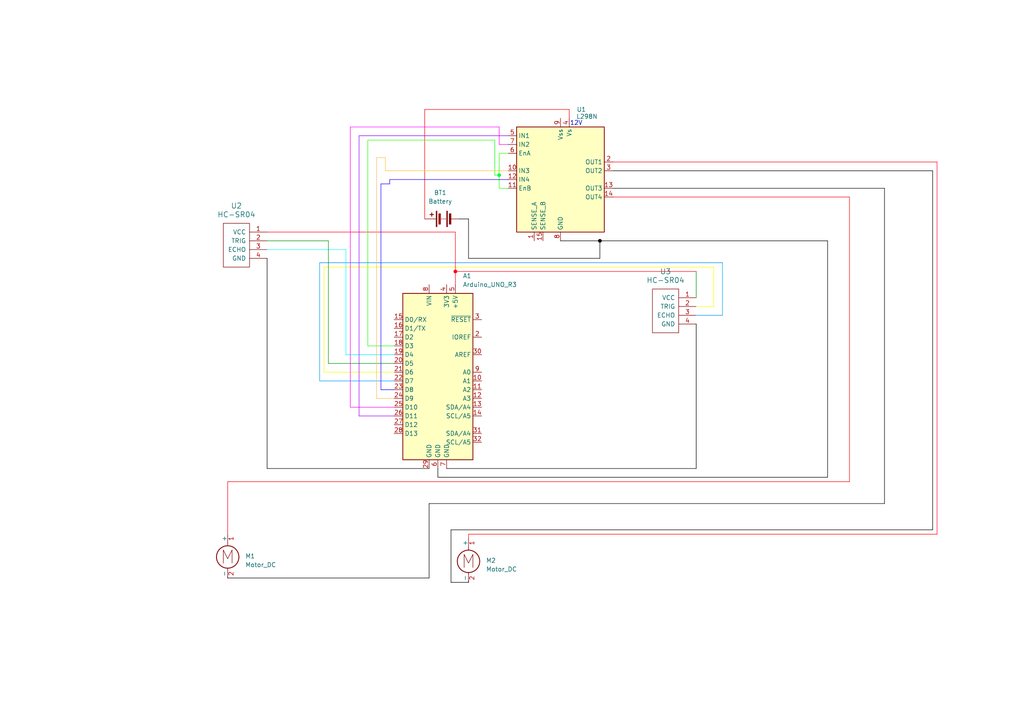
<source format=kicad_sch>
(kicad_sch
	(version 20250114)
	(generator "eeschema")
	(generator_version "9.0")
	(uuid "fbdba773-9771-47af-8e3d-31989ce88704")
	(paper "A4")
	(lib_symbols
		(symbol "Device:Battery"
			(pin_numbers
				(hide yes)
			)
			(pin_names
				(offset 0)
				(hide yes)
			)
			(exclude_from_sim no)
			(in_bom yes)
			(on_board yes)
			(property "Reference" "BT"
				(at 2.54 2.54 0)
				(effects
					(font
						(size 1.27 1.27)
					)
					(justify left)
				)
			)
			(property "Value" "Battery"
				(at 2.54 0 0)
				(effects
					(font
						(size 1.27 1.27)
					)
					(justify left)
				)
			)
			(property "Footprint" ""
				(at 0 1.524 90)
				(effects
					(font
						(size 1.27 1.27)
					)
					(hide yes)
				)
			)
			(property "Datasheet" "~"
				(at 0 1.524 90)
				(effects
					(font
						(size 1.27 1.27)
					)
					(hide yes)
				)
			)
			(property "Description" "Multiple-cell battery"
				(at 0 0 0)
				(effects
					(font
						(size 1.27 1.27)
					)
					(hide yes)
				)
			)
			(property "ki_keywords" "batt voltage-source cell"
				(at 0 0 0)
				(effects
					(font
						(size 1.27 1.27)
					)
					(hide yes)
				)
			)
			(symbol "Battery_0_1"
				(rectangle
					(start -2.286 1.778)
					(end 2.286 1.524)
					(stroke
						(width 0)
						(type default)
					)
					(fill
						(type outline)
					)
				)
				(rectangle
					(start -2.286 -1.27)
					(end 2.286 -1.524)
					(stroke
						(width 0)
						(type default)
					)
					(fill
						(type outline)
					)
				)
				(rectangle
					(start -1.524 1.016)
					(end 1.524 0.508)
					(stroke
						(width 0)
						(type default)
					)
					(fill
						(type outline)
					)
				)
				(rectangle
					(start -1.524 -2.032)
					(end 1.524 -2.54)
					(stroke
						(width 0)
						(type default)
					)
					(fill
						(type outline)
					)
				)
				(polyline
					(pts
						(xy 0 1.778) (xy 0 2.54)
					)
					(stroke
						(width 0)
						(type default)
					)
					(fill
						(type none)
					)
				)
				(polyline
					(pts
						(xy 0 0) (xy 0 0.254)
					)
					(stroke
						(width 0)
						(type default)
					)
					(fill
						(type none)
					)
				)
				(polyline
					(pts
						(xy 0 -0.508) (xy 0 -0.254)
					)
					(stroke
						(width 0)
						(type default)
					)
					(fill
						(type none)
					)
				)
				(polyline
					(pts
						(xy 0 -1.016) (xy 0 -0.762)
					)
					(stroke
						(width 0)
						(type default)
					)
					(fill
						(type none)
					)
				)
				(polyline
					(pts
						(xy 0.762 3.048) (xy 1.778 3.048)
					)
					(stroke
						(width 0.254)
						(type default)
					)
					(fill
						(type none)
					)
				)
				(polyline
					(pts
						(xy 1.27 3.556) (xy 1.27 2.54)
					)
					(stroke
						(width 0.254)
						(type default)
					)
					(fill
						(type none)
					)
				)
			)
			(symbol "Battery_1_1"
				(pin passive line
					(at 0 5.08 270)
					(length 2.54)
					(name "+"
						(effects
							(font
								(size 1.27 1.27)
							)
						)
					)
					(number "1"
						(effects
							(font
								(size 1.27 1.27)
							)
						)
					)
				)
				(pin passive line
					(at 0 -5.08 90)
					(length 2.54)
					(name "-"
						(effects
							(font
								(size 1.27 1.27)
							)
						)
					)
					(number "2"
						(effects
							(font
								(size 1.27 1.27)
							)
						)
					)
				)
			)
			(embedded_fonts no)
		)
		(symbol "Driver_Motor:L298N"
			(exclude_from_sim no)
			(in_bom yes)
			(on_board yes)
			(property "Reference" "U"
				(at -10.16 16.51 0)
				(effects
					(font
						(size 1.27 1.27)
					)
					(justify right)
				)
			)
			(property "Value" "L298N"
				(at 12.7 16.51 0)
				(effects
					(font
						(size 1.27 1.27)
					)
					(justify right)
				)
			)
			(property "Footprint" "Package_TO_SOT_THT:TO-220-15_P2.54x5.08mm_StaggerOdd_Lead4.58mm_Vertical"
				(at 1.27 -16.51 0)
				(effects
					(font
						(size 1.27 1.27)
					)
					(justify left)
					(hide yes)
				)
			)
			(property "Datasheet" "http://www.st.com/st-web-ui/static/active/en/resource/technical/document/datasheet/CD00000240.pdf"
				(at 3.81 6.35 0)
				(effects
					(font
						(size 1.27 1.27)
					)
					(hide yes)
				)
			)
			(property "Description" "Dual full bridge motor driver, up to 46V, 4A, Multiwatt15-V"
				(at 0 0 0)
				(effects
					(font
						(size 1.27 1.27)
					)
					(hide yes)
				)
			)
			(property "ki_keywords" "H-bridge motor driver"
				(at 0 0 0)
				(effects
					(font
						(size 1.27 1.27)
					)
					(hide yes)
				)
			)
			(property "ki_fp_filters" "TO?220*StaggerOdd*Vertical*"
				(at 0 0 0)
				(effects
					(font
						(size 1.27 1.27)
					)
					(hide yes)
				)
			)
			(symbol "L298N_0_1"
				(rectangle
					(start -12.7 15.24)
					(end 12.7 -15.24)
					(stroke
						(width 0.254)
						(type default)
					)
					(fill
						(type background)
					)
				)
			)
			(symbol "L298N_1_1"
				(pin input line
					(at -15.24 12.7 0)
					(length 2.54)
					(name "IN1"
						(effects
							(font
								(size 1.27 1.27)
							)
						)
					)
					(number "5"
						(effects
							(font
								(size 1.27 1.27)
							)
						)
					)
				)
				(pin input line
					(at -15.24 10.16 0)
					(length 2.54)
					(name "IN2"
						(effects
							(font
								(size 1.27 1.27)
							)
						)
					)
					(number "7"
						(effects
							(font
								(size 1.27 1.27)
							)
						)
					)
				)
				(pin input line
					(at -15.24 7.62 0)
					(length 2.54)
					(name "EnA"
						(effects
							(font
								(size 1.27 1.27)
							)
						)
					)
					(number "6"
						(effects
							(font
								(size 1.27 1.27)
							)
						)
					)
				)
				(pin input line
					(at -15.24 2.54 0)
					(length 2.54)
					(name "IN3"
						(effects
							(font
								(size 1.27 1.27)
							)
						)
					)
					(number "10"
						(effects
							(font
								(size 1.27 1.27)
							)
						)
					)
				)
				(pin input line
					(at -15.24 0 0)
					(length 2.54)
					(name "IN4"
						(effects
							(font
								(size 1.27 1.27)
							)
						)
					)
					(number "12"
						(effects
							(font
								(size 1.27 1.27)
							)
						)
					)
				)
				(pin input line
					(at -15.24 -2.54 0)
					(length 2.54)
					(name "EnB"
						(effects
							(font
								(size 1.27 1.27)
							)
						)
					)
					(number "11"
						(effects
							(font
								(size 1.27 1.27)
							)
						)
					)
				)
				(pin input line
					(at -7.62 -17.78 90)
					(length 2.54)
					(name "SENSE_A"
						(effects
							(font
								(size 1.27 1.27)
							)
						)
					)
					(number "1"
						(effects
							(font
								(size 1.27 1.27)
							)
						)
					)
				)
				(pin input line
					(at -5.08 -17.78 90)
					(length 2.54)
					(name "SENSE_B"
						(effects
							(font
								(size 1.27 1.27)
							)
						)
					)
					(number "15"
						(effects
							(font
								(size 1.27 1.27)
							)
						)
					)
				)
				(pin power_in line
					(at 0 17.78 270)
					(length 2.54)
					(name "Vss"
						(effects
							(font
								(size 1.27 1.27)
							)
						)
					)
					(number "9"
						(effects
							(font
								(size 1.27 1.27)
							)
						)
					)
				)
				(pin power_in line
					(at 0 -17.78 90)
					(length 2.54)
					(name "GND"
						(effects
							(font
								(size 1.27 1.27)
							)
						)
					)
					(number "8"
						(effects
							(font
								(size 1.27 1.27)
							)
						)
					)
				)
				(pin power_in line
					(at 2.54 17.78 270)
					(length 2.54)
					(name "Vs"
						(effects
							(font
								(size 1.27 1.27)
							)
						)
					)
					(number "4"
						(effects
							(font
								(size 1.27 1.27)
							)
						)
					)
				)
				(pin output line
					(at 15.24 5.08 180)
					(length 2.54)
					(name "OUT1"
						(effects
							(font
								(size 1.27 1.27)
							)
						)
					)
					(number "2"
						(effects
							(font
								(size 1.27 1.27)
							)
						)
					)
				)
				(pin output line
					(at 15.24 2.54 180)
					(length 2.54)
					(name "OUT2"
						(effects
							(font
								(size 1.27 1.27)
							)
						)
					)
					(number "3"
						(effects
							(font
								(size 1.27 1.27)
							)
						)
					)
				)
				(pin output line
					(at 15.24 -2.54 180)
					(length 2.54)
					(name "OUT3"
						(effects
							(font
								(size 1.27 1.27)
							)
						)
					)
					(number "13"
						(effects
							(font
								(size 1.27 1.27)
							)
						)
					)
				)
				(pin output line
					(at 15.24 -5.08 180)
					(length 2.54)
					(name "OUT4"
						(effects
							(font
								(size 1.27 1.27)
							)
						)
					)
					(number "14"
						(effects
							(font
								(size 1.27 1.27)
							)
						)
					)
				)
			)
			(embedded_fonts no)
		)
		(symbol "MCU_Module:Arduino_UNO_R3"
			(exclude_from_sim no)
			(in_bom yes)
			(on_board yes)
			(property "Reference" "A"
				(at -10.16 23.495 0)
				(effects
					(font
						(size 1.27 1.27)
					)
					(justify left bottom)
				)
			)
			(property "Value" "Arduino_UNO_R3"
				(at 5.08 -26.67 0)
				(effects
					(font
						(size 1.27 1.27)
					)
					(justify left top)
				)
			)
			(property "Footprint" "Module:Arduino_UNO_R3"
				(at 0 0 0)
				(effects
					(font
						(size 1.27 1.27)
						(italic yes)
					)
					(hide yes)
				)
			)
			(property "Datasheet" "https://www.arduino.cc/en/Main/arduinoBoardUno"
				(at 0 0 0)
				(effects
					(font
						(size 1.27 1.27)
					)
					(hide yes)
				)
			)
			(property "Description" "Arduino UNO Microcontroller Module, release 3"
				(at 0 0 0)
				(effects
					(font
						(size 1.27 1.27)
					)
					(hide yes)
				)
			)
			(property "ki_keywords" "Arduino UNO R3 Microcontroller Module Atmel AVR USB"
				(at 0 0 0)
				(effects
					(font
						(size 1.27 1.27)
					)
					(hide yes)
				)
			)
			(property "ki_fp_filters" "Arduino*UNO*R3*"
				(at 0 0 0)
				(effects
					(font
						(size 1.27 1.27)
					)
					(hide yes)
				)
			)
			(symbol "Arduino_UNO_R3_0_1"
				(rectangle
					(start -10.16 22.86)
					(end 10.16 -25.4)
					(stroke
						(width 0.254)
						(type default)
					)
					(fill
						(type background)
					)
				)
			)
			(symbol "Arduino_UNO_R3_1_1"
				(pin bidirectional line
					(at -12.7 15.24 0)
					(length 2.54)
					(name "D0/RX"
						(effects
							(font
								(size 1.27 1.27)
							)
						)
					)
					(number "15"
						(effects
							(font
								(size 1.27 1.27)
							)
						)
					)
				)
				(pin bidirectional line
					(at -12.7 12.7 0)
					(length 2.54)
					(name "D1/TX"
						(effects
							(font
								(size 1.27 1.27)
							)
						)
					)
					(number "16"
						(effects
							(font
								(size 1.27 1.27)
							)
						)
					)
				)
				(pin bidirectional line
					(at -12.7 10.16 0)
					(length 2.54)
					(name "D2"
						(effects
							(font
								(size 1.27 1.27)
							)
						)
					)
					(number "17"
						(effects
							(font
								(size 1.27 1.27)
							)
						)
					)
				)
				(pin bidirectional line
					(at -12.7 7.62 0)
					(length 2.54)
					(name "D3"
						(effects
							(font
								(size 1.27 1.27)
							)
						)
					)
					(number "18"
						(effects
							(font
								(size 1.27 1.27)
							)
						)
					)
				)
				(pin bidirectional line
					(at -12.7 5.08 0)
					(length 2.54)
					(name "D4"
						(effects
							(font
								(size 1.27 1.27)
							)
						)
					)
					(number "19"
						(effects
							(font
								(size 1.27 1.27)
							)
						)
					)
				)
				(pin bidirectional line
					(at -12.7 2.54 0)
					(length 2.54)
					(name "D5"
						(effects
							(font
								(size 1.27 1.27)
							)
						)
					)
					(number "20"
						(effects
							(font
								(size 1.27 1.27)
							)
						)
					)
				)
				(pin bidirectional line
					(at -12.7 0 0)
					(length 2.54)
					(name "D6"
						(effects
							(font
								(size 1.27 1.27)
							)
						)
					)
					(number "21"
						(effects
							(font
								(size 1.27 1.27)
							)
						)
					)
				)
				(pin bidirectional line
					(at -12.7 -2.54 0)
					(length 2.54)
					(name "D7"
						(effects
							(font
								(size 1.27 1.27)
							)
						)
					)
					(number "22"
						(effects
							(font
								(size 1.27 1.27)
							)
						)
					)
				)
				(pin bidirectional line
					(at -12.7 -5.08 0)
					(length 2.54)
					(name "D8"
						(effects
							(font
								(size 1.27 1.27)
							)
						)
					)
					(number "23"
						(effects
							(font
								(size 1.27 1.27)
							)
						)
					)
				)
				(pin bidirectional line
					(at -12.7 -7.62 0)
					(length 2.54)
					(name "D9"
						(effects
							(font
								(size 1.27 1.27)
							)
						)
					)
					(number "24"
						(effects
							(font
								(size 1.27 1.27)
							)
						)
					)
				)
				(pin bidirectional line
					(at -12.7 -10.16 0)
					(length 2.54)
					(name "D10"
						(effects
							(font
								(size 1.27 1.27)
							)
						)
					)
					(number "25"
						(effects
							(font
								(size 1.27 1.27)
							)
						)
					)
				)
				(pin bidirectional line
					(at -12.7 -12.7 0)
					(length 2.54)
					(name "D11"
						(effects
							(font
								(size 1.27 1.27)
							)
						)
					)
					(number "26"
						(effects
							(font
								(size 1.27 1.27)
							)
						)
					)
				)
				(pin bidirectional line
					(at -12.7 -15.24 0)
					(length 2.54)
					(name "D12"
						(effects
							(font
								(size 1.27 1.27)
							)
						)
					)
					(number "27"
						(effects
							(font
								(size 1.27 1.27)
							)
						)
					)
				)
				(pin bidirectional line
					(at -12.7 -17.78 0)
					(length 2.54)
					(name "D13"
						(effects
							(font
								(size 1.27 1.27)
							)
						)
					)
					(number "28"
						(effects
							(font
								(size 1.27 1.27)
							)
						)
					)
				)
				(pin no_connect line
					(at -10.16 -20.32 0)
					(length 2.54)
					(hide yes)
					(name "NC"
						(effects
							(font
								(size 1.27 1.27)
							)
						)
					)
					(number "1"
						(effects
							(font
								(size 1.27 1.27)
							)
						)
					)
				)
				(pin power_in line
					(at -2.54 25.4 270)
					(length 2.54)
					(name "VIN"
						(effects
							(font
								(size 1.27 1.27)
							)
						)
					)
					(number "8"
						(effects
							(font
								(size 1.27 1.27)
							)
						)
					)
				)
				(pin power_in line
					(at -2.54 -27.94 90)
					(length 2.54)
					(name "GND"
						(effects
							(font
								(size 1.27 1.27)
							)
						)
					)
					(number "29"
						(effects
							(font
								(size 1.27 1.27)
							)
						)
					)
				)
				(pin power_in line
					(at 0 -27.94 90)
					(length 2.54)
					(name "GND"
						(effects
							(font
								(size 1.27 1.27)
							)
						)
					)
					(number "6"
						(effects
							(font
								(size 1.27 1.27)
							)
						)
					)
				)
				(pin power_out line
					(at 2.54 25.4 270)
					(length 2.54)
					(name "3V3"
						(effects
							(font
								(size 1.27 1.27)
							)
						)
					)
					(number "4"
						(effects
							(font
								(size 1.27 1.27)
							)
						)
					)
				)
				(pin power_in line
					(at 2.54 -27.94 90)
					(length 2.54)
					(name "GND"
						(effects
							(font
								(size 1.27 1.27)
							)
						)
					)
					(number "7"
						(effects
							(font
								(size 1.27 1.27)
							)
						)
					)
				)
				(pin power_out line
					(at 5.08 25.4 270)
					(length 2.54)
					(name "+5V"
						(effects
							(font
								(size 1.27 1.27)
							)
						)
					)
					(number "5"
						(effects
							(font
								(size 1.27 1.27)
							)
						)
					)
				)
				(pin input line
					(at 12.7 15.24 180)
					(length 2.54)
					(name "~{RESET}"
						(effects
							(font
								(size 1.27 1.27)
							)
						)
					)
					(number "3"
						(effects
							(font
								(size 1.27 1.27)
							)
						)
					)
				)
				(pin output line
					(at 12.7 10.16 180)
					(length 2.54)
					(name "IOREF"
						(effects
							(font
								(size 1.27 1.27)
							)
						)
					)
					(number "2"
						(effects
							(font
								(size 1.27 1.27)
							)
						)
					)
				)
				(pin input line
					(at 12.7 5.08 180)
					(length 2.54)
					(name "AREF"
						(effects
							(font
								(size 1.27 1.27)
							)
						)
					)
					(number "30"
						(effects
							(font
								(size 1.27 1.27)
							)
						)
					)
				)
				(pin bidirectional line
					(at 12.7 0 180)
					(length 2.54)
					(name "A0"
						(effects
							(font
								(size 1.27 1.27)
							)
						)
					)
					(number "9"
						(effects
							(font
								(size 1.27 1.27)
							)
						)
					)
				)
				(pin bidirectional line
					(at 12.7 -2.54 180)
					(length 2.54)
					(name "A1"
						(effects
							(font
								(size 1.27 1.27)
							)
						)
					)
					(number "10"
						(effects
							(font
								(size 1.27 1.27)
							)
						)
					)
				)
				(pin bidirectional line
					(at 12.7 -5.08 180)
					(length 2.54)
					(name "A2"
						(effects
							(font
								(size 1.27 1.27)
							)
						)
					)
					(number "11"
						(effects
							(font
								(size 1.27 1.27)
							)
						)
					)
				)
				(pin bidirectional line
					(at 12.7 -7.62 180)
					(length 2.54)
					(name "A3"
						(effects
							(font
								(size 1.27 1.27)
							)
						)
					)
					(number "12"
						(effects
							(font
								(size 1.27 1.27)
							)
						)
					)
				)
				(pin bidirectional line
					(at 12.7 -10.16 180)
					(length 2.54)
					(name "SDA/A4"
						(effects
							(font
								(size 1.27 1.27)
							)
						)
					)
					(number "13"
						(effects
							(font
								(size 1.27 1.27)
							)
						)
					)
				)
				(pin bidirectional line
					(at 12.7 -12.7 180)
					(length 2.54)
					(name "SCL/A5"
						(effects
							(font
								(size 1.27 1.27)
							)
						)
					)
					(number "14"
						(effects
							(font
								(size 1.27 1.27)
							)
						)
					)
				)
				(pin bidirectional line
					(at 12.7 -17.78 180)
					(length 2.54)
					(name "SDA/A4"
						(effects
							(font
								(size 1.27 1.27)
							)
						)
					)
					(number "31"
						(effects
							(font
								(size 1.27 1.27)
							)
						)
					)
				)
				(pin bidirectional line
					(at 12.7 -20.32 180)
					(length 2.54)
					(name "SCL/A5"
						(effects
							(font
								(size 1.27 1.27)
							)
						)
					)
					(number "32"
						(effects
							(font
								(size 1.27 1.27)
							)
						)
					)
				)
			)
			(embedded_fonts no)
		)
		(symbol "Motor:Motor_DC"
			(pin_names
				(offset 0)
			)
			(exclude_from_sim no)
			(in_bom yes)
			(on_board yes)
			(property "Reference" "M"
				(at 2.54 2.54 0)
				(effects
					(font
						(size 1.27 1.27)
					)
					(justify left)
				)
			)
			(property "Value" "Motor_DC"
				(at 2.54 -5.08 0)
				(effects
					(font
						(size 1.27 1.27)
					)
					(justify left top)
				)
			)
			(property "Footprint" ""
				(at 0 -2.286 0)
				(effects
					(font
						(size 1.27 1.27)
					)
					(hide yes)
				)
			)
			(property "Datasheet" "~"
				(at 0 -2.286 0)
				(effects
					(font
						(size 1.27 1.27)
					)
					(hide yes)
				)
			)
			(property "Description" "DC Motor"
				(at 0 0 0)
				(effects
					(font
						(size 1.27 1.27)
					)
					(hide yes)
				)
			)
			(property "ki_keywords" "DC Motor"
				(at 0 0 0)
				(effects
					(font
						(size 1.27 1.27)
					)
					(hide yes)
				)
			)
			(property "ki_fp_filters" "PinHeader*P2.54mm* TerminalBlock*"
				(at 0 0 0)
				(effects
					(font
						(size 1.27 1.27)
					)
					(hide yes)
				)
			)
			(symbol "Motor_DC_0_0"
				(polyline
					(pts
						(xy -1.27 -3.302) (xy -1.27 0.508) (xy 0 -2.032) (xy 1.27 0.508) (xy 1.27 -3.302)
					)
					(stroke
						(width 0)
						(type default)
					)
					(fill
						(type none)
					)
				)
			)
			(symbol "Motor_DC_0_1"
				(polyline
					(pts
						(xy 0 2.032) (xy 0 2.54)
					)
					(stroke
						(width 0)
						(type default)
					)
					(fill
						(type none)
					)
				)
				(polyline
					(pts
						(xy 0 1.7272) (xy 0 2.0828)
					)
					(stroke
						(width 0)
						(type default)
					)
					(fill
						(type none)
					)
				)
				(circle
					(center 0 -1.524)
					(radius 3.2512)
					(stroke
						(width 0.254)
						(type default)
					)
					(fill
						(type none)
					)
				)
				(polyline
					(pts
						(xy 0 -4.7752) (xy 0 -5.1816)
					)
					(stroke
						(width 0)
						(type default)
					)
					(fill
						(type none)
					)
				)
				(polyline
					(pts
						(xy 0 -7.62) (xy 0 -7.112)
					)
					(stroke
						(width 0)
						(type default)
					)
					(fill
						(type none)
					)
				)
			)
			(symbol "Motor_DC_1_1"
				(pin passive line
					(at 0 5.08 270)
					(length 2.54)
					(name "+"
						(effects
							(font
								(size 1.27 1.27)
							)
						)
					)
					(number "1"
						(effects
							(font
								(size 1.27 1.27)
							)
						)
					)
				)
				(pin passive line
					(at 0 -7.62 90)
					(length 2.54)
					(name "-"
						(effects
							(font
								(size 1.27 1.27)
							)
						)
					)
					(number "2"
						(effects
							(font
								(size 1.27 1.27)
							)
						)
					)
				)
			)
			(embedded_fonts no)
		)
		(symbol "hc-sr04:HC-SR04"
			(pin_names
				(offset 1.016)
			)
			(exclude_from_sim no)
			(in_bom yes)
			(on_board yes)
			(property "Reference" "U"
				(at -6.35 -7.62 0)
				(effects
					(font
						(size 1.524 1.524)
					)
				)
			)
			(property "Value" "HC-SR04"
				(at -2.54 7.62 0)
				(effects
					(font
						(size 1.524 1.524)
					)
				)
			)
			(property "Footprint" ""
				(at 0 0 0)
				(effects
					(font
						(size 1.524 1.524)
					)
				)
			)
			(property "Datasheet" ""
				(at 0 0 0)
				(effects
					(font
						(size 1.524 1.524)
					)
				)
			)
			(property "Description" ""
				(at 0 0 0)
				(effects
					(font
						(size 1.27 1.27)
					)
					(hide yes)
				)
			)
			(symbol "HC-SR04_0_1"
				(rectangle
					(start 0 6.35)
					(end -7.62 -6.35)
					(stroke
						(width 0)
						(type solid)
					)
					(fill
						(type none)
					)
				)
			)
			(symbol "HC-SR04_1_1"
				(pin input line
					(at 5.08 3.81 180)
					(length 5.08)
					(name "VCC"
						(effects
							(font
								(size 1.27 1.27)
							)
						)
					)
					(number "1"
						(effects
							(font
								(size 1.27 1.27)
							)
						)
					)
				)
				(pin input line
					(at 5.08 1.27 180)
					(length 5.08)
					(name "TRIG"
						(effects
							(font
								(size 1.27 1.27)
							)
						)
					)
					(number "2"
						(effects
							(font
								(size 1.27 1.27)
							)
						)
					)
				)
				(pin input line
					(at 5.08 -1.27 180)
					(length 5.08)
					(name "ECHO"
						(effects
							(font
								(size 1.27 1.27)
							)
						)
					)
					(number "3"
						(effects
							(font
								(size 1.27 1.27)
							)
						)
					)
				)
				(pin input line
					(at 5.08 -3.81 180)
					(length 5.08)
					(name "GND"
						(effects
							(font
								(size 1.27 1.27)
							)
						)
					)
					(number "4"
						(effects
							(font
								(size 1.27 1.27)
							)
						)
					)
				)
			)
			(embedded_fonts no)
		)
	)
	(text "12V"
		(exclude_from_sim no)
		(at 167.132 35.814 0)
		(effects
			(font
				(size 1.27 1.27)
			)
		)
		(uuid "22782454-a02a-49f5-b379-b43c3080f60d")
	)
	(junction
		(at 144.78 50.8)
		(diameter 0)
		(color 0 255 48 1)
		(uuid "b9538826-1da1-40a5-8d2e-b4c2c3c5f0c1")
	)
	(junction
		(at 173.99 69.85)
		(diameter 0)
		(color 5 5 5 1)
		(uuid "cbd69802-d8f9-4530-b795-172c084bea55")
	)
	(junction
		(at 132.08 78.74)
		(diameter 0)
		(color 255 0 8 1)
		(uuid "d8c478d9-36e7-431b-9614-31d7295a39e4")
	)
	(wire
		(pts
			(xy 207.01 77.47) (xy 93.98 77.47)
		)
		(stroke
			(width 0)
			(type default)
			(color 255 246 0 1)
		)
		(uuid "0472a308-e01b-4052-aecd-0ab93a2cee6a")
	)
	(wire
		(pts
			(xy 104.14 39.37) (xy 104.14 120.65)
		)
		(stroke
			(width 0)
			(type default)
			(color 152 0 255 1)
		)
		(uuid "05e7fa1e-9ae8-400e-a81a-3527d3efa3a3")
	)
	(wire
		(pts
			(xy 101.6 36.83) (xy 101.6 118.11)
		)
		(stroke
			(width 0)
			(type default)
			(color 255 0 233 1)
		)
		(uuid "075efaab-8fe8-42f8-ac76-ba32d6555d37")
	)
	(wire
		(pts
			(xy 95.25 69.85) (xy 95.25 105.41)
		)
		(stroke
			(width 0)
			(type default)
		)
		(uuid "07ef1e20-0b4f-44a9-84f8-a13996331e1f")
	)
	(wire
		(pts
			(xy 201.93 78.74) (xy 132.08 78.74)
		)
		(stroke
			(width 0)
			(type default)
			(color 255 0 13 1)
		)
		(uuid "08877b14-4842-40cc-8dea-4139630e6282")
	)
	(wire
		(pts
			(xy 271.78 46.99) (xy 177.8 46.99)
		)
		(stroke
			(width 0)
			(type default)
			(color 255 0 15 1)
		)
		(uuid "0b44be26-4bfb-423f-b399-7086accfe08d")
	)
	(wire
		(pts
			(xy 66.04 154.94) (xy 66.04 139.7)
		)
		(stroke
			(width 0)
			(type default)
			(color 250 0 39 1)
		)
		(uuid "10503a0f-9095-4e9b-aba1-d615b3279831")
	)
	(wire
		(pts
			(xy 201.93 93.98) (xy 201.93 135.89)
		)
		(stroke
			(width 0)
			(type default)
			(color 0 2 0 1)
		)
		(uuid "11b7e724-387e-4b73-9685-8c32500c5601")
	)
	(wire
		(pts
			(xy 110.49 53.34) (xy 113.03 53.34)
		)
		(stroke
			(width 0)
			(type default)
			(color 35 0 255 1)
		)
		(uuid "1558fea1-d3f8-4194-ae43-6d73485d1a79")
	)
	(wire
		(pts
			(xy 110.49 113.03) (xy 114.3 113.03)
		)
		(stroke
			(width 0)
			(type default)
			(color 2 1 255 1)
		)
		(uuid "198c02ed-eca6-439c-8635-45efaa01b88d")
	)
	(wire
		(pts
			(xy 270.51 49.53) (xy 177.8 49.53)
		)
		(stroke
			(width 0)
			(type default)
			(color 4 0 0 1)
		)
		(uuid "216ec1fc-cf24-4d13-b2a5-61b0421756e5")
	)
	(wire
		(pts
			(xy 92.71 76.2) (xy 92.71 110.49)
		)
		(stroke
			(width 0)
			(type default)
			(color 0 161 255 1)
		)
		(uuid "274f973a-4dea-4b1a-bbf0-331790c59757")
	)
	(wire
		(pts
			(xy 77.47 69.85) (xy 95.25 69.85)
		)
		(stroke
			(width 0)
			(type default)
		)
		(uuid "2a5677f2-716e-407e-8429-db88076dd5dd")
	)
	(wire
		(pts
			(xy 240.03 138.43) (xy 127 138.43)
		)
		(stroke
			(width 0)
			(type default)
			(color 4 0 0 1)
		)
		(uuid "34ad9a23-d5d1-4cc5-a292-233318c030fe")
	)
	(wire
		(pts
			(xy 124.46 146.05) (xy 256.54 146.05)
		)
		(stroke
			(width 0)
			(type default)
			(color 0 0 0 1)
		)
		(uuid "3a720297-a890-421b-a828-998dc3805c7d")
	)
	(wire
		(pts
			(xy 124.46 167.64) (xy 66.04 167.64)
		)
		(stroke
			(width 0)
			(type default)
			(color 0 0 0 1)
		)
		(uuid "3fa788fd-c399-4430-a524-e85fb14c8e9c")
	)
	(wire
		(pts
			(xy 135.89 63.5) (xy 135.89 74.93)
		)
		(stroke
			(width 0)
			(type default)
			(color 5 5 5 1)
		)
		(uuid "43392172-a63b-48fd-baff-00141aa376cf")
	)
	(wire
		(pts
			(xy 209.55 91.44) (xy 209.55 76.2)
		)
		(stroke
			(width 0)
			(type default)
			(color 0 166 255 1)
		)
		(uuid "496babfd-20c9-4228-82f5-794efcb80469")
	)
	(wire
		(pts
			(xy 124.46 146.05) (xy 124.46 167.64)
		)
		(stroke
			(width 0)
			(type default)
			(color 0 0 0 1)
		)
		(uuid "4bc1a989-9dbf-4642-910e-dd5c00f21203")
	)
	(wire
		(pts
			(xy 93.98 77.47) (xy 93.98 107.95)
		)
		(stroke
			(width 0)
			(type default)
			(color 255 246 0 1)
		)
		(uuid "4c09c5cb-c414-4827-b32c-c845e3928835")
	)
	(wire
		(pts
			(xy 144.78 41.91) (xy 144.78 36.83)
		)
		(stroke
			(width 0)
			(type default)
			(color 255 0 235 1)
		)
		(uuid "4c677184-ca3c-48b3-b77e-37e7d434804d")
	)
	(wire
		(pts
			(xy 104.14 39.37) (xy 147.32 39.37)
		)
		(stroke
			(width 0)
			(type default)
			(color 145 1 255 1)
		)
		(uuid "4d572ab4-948c-4bc0-9817-1e9d3f11b0c7")
	)
	(wire
		(pts
			(xy 256.54 54.61) (xy 177.8 54.61)
		)
		(stroke
			(width 0)
			(type default)
			(color 5 5 5 1)
		)
		(uuid "4f4629e2-f854-4feb-954b-14024e008a5c")
	)
	(wire
		(pts
			(xy 207.01 88.9) (xy 207.01 77.47)
		)
		(stroke
			(width 0)
			(type default)
			(color 255 251 0 1)
		)
		(uuid "4feb99e0-c47a-4298-b76d-599f454fc5a4")
	)
	(wire
		(pts
			(xy 109.22 45.72) (xy 111.76 45.72)
		)
		(stroke
			(width 0)
			(type default)
			(color 255 194 69 1)
		)
		(uuid "51072fb7-1aea-4e96-bee4-c4b610710c67")
	)
	(wire
		(pts
			(xy 143.51 50.8) (xy 144.78 50.8)
		)
		(stroke
			(width 0)
			(type default)
			(color 0 255 7 1)
		)
		(uuid "5627b890-d1bd-46ec-a6d2-08988146fcc9")
	)
	(wire
		(pts
			(xy 144.78 44.45) (xy 147.32 44.45)
		)
		(stroke
			(width 0)
			(type default)
			(color 67 250 0 1)
		)
		(uuid "58c3a845-8431-466a-9787-2cf1747137b8")
	)
	(wire
		(pts
			(xy 147.32 54.61) (xy 144.78 54.61)
		)
		(stroke
			(width 0)
			(type default)
			(color 33 255 5 1)
		)
		(uuid "5bb6431a-75c4-40f9-8149-ecb372006c42")
	)
	(wire
		(pts
			(xy 113.03 52.07) (xy 147.32 52.07)
		)
		(stroke
			(width 0)
			(type default)
			(color 35 0 255 1)
		)
		(uuid "5d40a43b-80d1-41f6-8466-be9f6614555a")
	)
	(wire
		(pts
			(xy 209.55 76.2) (xy 92.71 76.2)
		)
		(stroke
			(width 0)
			(type default)
			(color 0 128 255 1)
		)
		(uuid "6581d878-4ecf-447e-987a-9b785d264122")
	)
	(wire
		(pts
			(xy 271.78 154.94) (xy 271.78 46.99)
		)
		(stroke
			(width 0)
			(type default)
			(color 255 0 61 1)
		)
		(uuid "6a3c7aed-58f7-49c1-bd5a-df08efe21b88")
	)
	(wire
		(pts
			(xy 130.81 168.91) (xy 130.81 153.67)
		)
		(stroke
			(width 0)
			(type default)
			(color 0 0 0 1)
		)
		(uuid "6cb8ed91-f60c-4d17-b3a4-2756b1f596b6")
	)
	(wire
		(pts
			(xy 162.56 69.85) (xy 173.99 69.85)
		)
		(stroke
			(width 0)
			(type default)
			(color 0 0 0 1)
		)
		(uuid "6d99cf34-9577-4cd3-bfd7-3c35a925ffb2")
	)
	(wire
		(pts
			(xy 111.76 45.72) (xy 111.76 49.53)
		)
		(stroke
			(width 0)
			(type default)
			(color 255 194 69 1)
		)
		(uuid "7116fd0f-6487-4106-856a-dcf35553536f")
	)
	(wire
		(pts
			(xy 66.04 139.7) (xy 246.38 139.7)
		)
		(stroke
			(width 0)
			(type default)
			(color 250 0 8 1)
		)
		(uuid "72fa12b5-b46d-4814-8570-4a995165e0fd")
	)
	(wire
		(pts
			(xy 104.14 120.65) (xy 114.3 120.65)
		)
		(stroke
			(width 0)
			(type default)
			(color 152 0 255 1)
		)
		(uuid "75ab13e2-daa4-4de7-bfb2-edb32929e06e")
	)
	(wire
		(pts
			(xy 95.25 105.41) (xy 114.3 105.41)
		)
		(stroke
			(width 0)
			(type default)
		)
		(uuid "7625875c-0a74-41f2-8784-47d5ed144ae9")
	)
	(wire
		(pts
			(xy 77.47 74.93) (xy 77.47 135.89)
		)
		(stroke
			(width 0)
			(type default)
			(color 0 0 0 1)
		)
		(uuid "77c23f90-e75c-426a-8621-1cc149ee1c80")
	)
	(wire
		(pts
			(xy 123.19 63.5) (xy 123.19 31.75)
		)
		(stroke
			(width 0)
			(type default)
			(color 255 0 2 1)
		)
		(uuid "7972fa2a-df6d-4e21-b0b0-e2447247987a")
	)
	(wire
		(pts
			(xy 93.98 107.95) (xy 114.3 107.95)
		)
		(stroke
			(width 0)
			(type default)
			(color 245 255 0 1)
		)
		(uuid "7a92c7bb-d927-43c2-a846-01ec8112b01d")
	)
	(wire
		(pts
			(xy 144.78 54.61) (xy 144.78 50.8)
		)
		(stroke
			(width 0)
			(type default)
			(color 31 255 0 1)
		)
		(uuid "7ebb1301-47cb-4de8-becd-96aa6be55a96")
	)
	(wire
		(pts
			(xy 270.51 153.67) (xy 270.51 49.53)
		)
		(stroke
			(width 0)
			(type default)
			(color 0 0 0 1)
		)
		(uuid "83494097-eda0-43d4-86d2-fb3996a03f31")
	)
	(wire
		(pts
			(xy 135.89 156.21) (xy 135.89 154.94)
		)
		(stroke
			(width 0)
			(type default)
			(color 255 0 18 1)
		)
		(uuid "846b6661-d9f6-4c64-90f2-6598e877a44a")
	)
	(wire
		(pts
			(xy 113.03 53.34) (xy 113.03 52.07)
		)
		(stroke
			(width 0)
			(type default)
			(color 35 0 255 1)
		)
		(uuid "85d8de1f-bc8a-41bc-86b6-39210e2b0e40")
	)
	(wire
		(pts
			(xy 132.08 67.31) (xy 132.08 78.74)
		)
		(stroke
			(width 0)
			(type default)
			(color 255 5 0 1)
		)
		(uuid "87b2dd41-8cd1-4173-922c-faa210a53071")
	)
	(wire
		(pts
			(xy 109.22 115.57) (xy 109.22 45.72)
		)
		(stroke
			(width 0)
			(type default)
			(color 255 182 92 1)
		)
		(uuid "8e410dec-961b-43d8-bf55-87160ea3753c")
	)
	(wire
		(pts
			(xy 106.68 40.64) (xy 143.51 40.64)
		)
		(stroke
			(width 0)
			(type default)
			(color 34 255 6 1)
		)
		(uuid "96a7e0d9-e895-440c-91f3-18823b2b9034")
	)
	(wire
		(pts
			(xy 77.47 135.89) (xy 124.46 135.89)
		)
		(stroke
			(width 0)
			(type default)
			(color 2 0 0 1)
		)
		(uuid "98ded0c6-526c-427a-ac19-87b395f68d1a")
	)
	(wire
		(pts
			(xy 201.93 88.9) (xy 207.01 88.9)
		)
		(stroke
			(width 0)
			(type default)
			(color 246 255 0 1)
		)
		(uuid "99dc5ef2-866e-4806-8b41-f5a3afd38534")
	)
	(wire
		(pts
			(xy 173.99 74.93) (xy 173.99 69.85)
		)
		(stroke
			(width 0)
			(type default)
			(color 5 5 5 1)
		)
		(uuid "9a5af323-aa27-4373-885c-66b2542f6130")
	)
	(wire
		(pts
			(xy 165.1 31.75) (xy 165.1 34.29)
		)
		(stroke
			(width 0)
			(type default)
			(color 255 0 23 1)
		)
		(uuid "a5d4bf56-6ff0-4abd-b67e-8742662a82b6")
	)
	(wire
		(pts
			(xy 110.49 53.34) (xy 110.49 113.03)
		)
		(stroke
			(width 0)
			(type default)
			(color 35 0 255 1)
		)
		(uuid "a714afff-b793-4570-bd35-ea9a07518231")
	)
	(wire
		(pts
			(xy 256.54 146.05) (xy 256.54 54.61)
		)
		(stroke
			(width 0)
			(type default)
			(color 0 0 0 1)
		)
		(uuid "afe1ca46-2002-436b-bb12-6bc84538a1ea")
	)
	(wire
		(pts
			(xy 135.89 74.93) (xy 173.99 74.93)
		)
		(stroke
			(width 0)
			(type default)
			(color 5 5 5 1)
		)
		(uuid "b339113f-adb7-44fb-bf11-ca2df5511fb0")
	)
	(wire
		(pts
			(xy 135.89 154.94) (xy 271.78 154.94)
		)
		(stroke
			(width 0)
			(type default)
			(color 255 0 2 1)
		)
		(uuid "b6c1bee1-a126-4910-be27-e0fb28fad8f6")
	)
	(wire
		(pts
			(xy 133.35 63.5) (xy 135.89 63.5)
		)
		(stroke
			(width 0)
			(type default)
			(color 0 0 0 1)
		)
		(uuid "bb627fa5-00f6-463e-8663-d27eb73c9ad8")
	)
	(wire
		(pts
			(xy 144.78 50.8) (xy 144.78 44.45)
		)
		(stroke
			(width 0)
			(type default)
			(color 31 255 0 1)
		)
		(uuid "bcb65fde-43f0-4f61-ada3-1dd213fd9fd8")
	)
	(wire
		(pts
			(xy 101.6 118.11) (xy 114.3 118.11)
		)
		(stroke
			(width 0)
			(type default)
			(color 255 0 233 1)
		)
		(uuid "c009d9e2-2598-4d3f-8aaa-ede4c959589b")
	)
	(wire
		(pts
			(xy 177.8 57.15) (xy 246.38 57.15)
		)
		(stroke
			(width 0)
			(type default)
			(color 250 0 15 1)
		)
		(uuid "c2cef8b4-fca2-4c8f-b210-eba2f33a11c9")
	)
	(wire
		(pts
			(xy 143.51 40.64) (xy 143.51 50.8)
		)
		(stroke
			(width 0)
			(type default)
			(color 0 255 9 1)
		)
		(uuid "c8f69393-add8-4a08-8e47-d8db2310787d")
	)
	(wire
		(pts
			(xy 77.47 72.39) (xy 100.33 72.39)
		)
		(stroke
			(width 0)
			(type default)
			(color 0 250 255 1)
		)
		(uuid "cb2ea25d-d264-4922-9a11-367ef5303f7a")
	)
	(wire
		(pts
			(xy 240.03 69.85) (xy 240.03 138.43)
		)
		(stroke
			(width 0)
			(type default)
			(color 0 0 0 1)
		)
		(uuid "cc355a90-15fd-4e0a-bd9c-4e94d44cb703")
	)
	(wire
		(pts
			(xy 92.71 110.49) (xy 114.3 110.49)
		)
		(stroke
			(width 0)
			(type default)
			(color 5 151 255 1)
		)
		(uuid "cc438e3f-4a83-4bc6-936d-c8f9cc2e612c")
	)
	(wire
		(pts
			(xy 106.68 40.64) (xy 106.68 100.33)
		)
		(stroke
			(width 0)
			(type default)
			(color 34 255 6 1)
		)
		(uuid "cdbbf698-f279-41e8-87f4-3e6fa7b44ef9")
	)
	(wire
		(pts
			(xy 201.93 135.89) (xy 129.54 135.89)
		)
		(stroke
			(width 0)
			(type default)
			(color 0 0 0 1)
		)
		(uuid "d9979f11-9a97-4ef1-97ac-22fed5bea151")
	)
	(wire
		(pts
			(xy 100.33 72.39) (xy 100.33 102.87)
		)
		(stroke
			(width 0)
			(type default)
			(color 0 255 253 1)
		)
		(uuid "d9b83cc9-5dc4-4be0-bb58-770acd3f1877")
	)
	(wire
		(pts
			(xy 246.38 139.7) (xy 246.38 57.15)
		)
		(stroke
			(width 0)
			(type default)
			(color 250 5 0 1)
		)
		(uuid "dbe04f39-fffd-4bce-b40e-920e46733f81")
	)
	(wire
		(pts
			(xy 127 138.43) (xy 127 135.89)
		)
		(stroke
			(width 0)
			(type default)
			(color 0 0 0 1)
		)
		(uuid "decc324c-f973-4ac5-bb4b-672052de03e9")
	)
	(wire
		(pts
			(xy 130.81 153.67) (xy 270.51 153.67)
		)
		(stroke
			(width 0)
			(type default)
			(color 5 5 5 1)
		)
		(uuid "e670fc5a-5612-4053-b4ec-bce4d1038243")
	)
	(wire
		(pts
			(xy 132.08 78.74) (xy 132.08 82.55)
		)
		(stroke
			(width 0)
			(type default)
			(color 255 0 22 1)
		)
		(uuid "e8ea6a3b-2a94-4296-9d25-dd72f7b7b793")
	)
	(wire
		(pts
			(xy 201.93 91.44) (xy 209.55 91.44)
		)
		(stroke
			(width 0)
			(type default)
			(color 0 146 255 1)
		)
		(uuid "eb4dd00c-d9fc-4331-9b66-bd07709e359b")
	)
	(wire
		(pts
			(xy 114.3 100.33) (xy 106.68 100.33)
		)
		(stroke
			(width 0)
			(type default)
			(color 18 255 0 1)
		)
		(uuid "ed433c46-ec5d-43dc-bae3-fd123bb4551e")
	)
	(wire
		(pts
			(xy 109.22 115.57) (xy 114.3 115.57)
		)
		(stroke
			(width 0)
			(type default)
			(color 255 182 92 1)
		)
		(uuid "f1775c68-7dd8-4f41-aca5-9aabeb9747e4")
	)
	(wire
		(pts
			(xy 201.93 86.36) (xy 201.93 78.74)
		)
		(stroke
			(width 0)
			(type default)
		)
		(uuid "f301fe93-b82c-4bf4-b4af-7d371044eb9b")
	)
	(wire
		(pts
			(xy 123.19 31.75) (xy 165.1 31.75)
		)
		(stroke
			(width 0)
			(type default)
			(color 255 0 5 1)
		)
		(uuid "f5403346-1fb4-4f72-9e61-6f8ec4e7cac1")
	)
	(wire
		(pts
			(xy 147.32 41.91) (xy 144.78 41.91)
		)
		(stroke
			(width 0)
			(type default)
			(color 255 0 219 1)
		)
		(uuid "f7a52214-7172-4cd2-844d-8fbad8954914")
	)
	(wire
		(pts
			(xy 135.89 168.91) (xy 130.81 168.91)
		)
		(stroke
			(width 0)
			(type default)
			(color 0 0 0 1)
		)
		(uuid "f903e0a7-ec95-4aa0-9b8e-ff79dc972930")
	)
	(wire
		(pts
			(xy 144.78 36.83) (xy 101.6 36.83)
		)
		(stroke
			(width 0)
			(type default)
			(color 255 0 255 1)
		)
		(uuid "f94286cf-5077-4127-a2ae-aadbbbc43e22")
	)
	(wire
		(pts
			(xy 111.76 49.53) (xy 147.32 49.53)
		)
		(stroke
			(width 0)
			(type default)
			(color 255 194 69 1)
		)
		(uuid "f986c13e-87a8-4b7b-9893-6574237b61c1")
	)
	(wire
		(pts
			(xy 77.47 67.31) (xy 132.08 67.31)
		)
		(stroke
			(width 0)
			(type default)
			(color 255 0 30 1)
		)
		(uuid "fd5a27aa-8e70-479c-8c64-51c7f7ef007b")
	)
	(wire
		(pts
			(xy 100.33 102.87) (xy 114.3 102.87)
		)
		(stroke
			(width 0)
			(type default)
			(color 0 238 255 1)
		)
		(uuid "fde6d958-67ec-47fa-999a-ca885dfb67dc")
	)
	(wire
		(pts
			(xy 173.99 69.85) (xy 240.03 69.85)
		)
		(stroke
			(width 0)
			(type default)
			(color 0 0 0 1)
		)
		(uuid "fe8f852f-da13-4b5a-9807-9b9ed88f4535")
	)
	(symbol
		(lib_id "Driver_Motor:L298N")
		(at 162.56 52.07 0)
		(unit 1)
		(exclude_from_sim no)
		(in_bom yes)
		(on_board yes)
		(dnp no)
		(uuid "2dabc7ba-d376-4511-9c81-8f49656c96a1")
		(property "Reference" "U1"
			(at 167.2433 31.75 0)
			(effects
				(font
					(size 1.27 1.27)
				)
				(justify left)
			)
		)
		(property "Value" "L298N"
			(at 167.132 33.782 0)
			(effects
				(font
					(size 1.27 1.27)
				)
				(justify left)
			)
		)
		(property "Footprint" "Package_TO_SOT_THT:TO-220-15_P2.54x5.08mm_StaggerOdd_Lead4.58mm_Vertical"
			(at 163.83 68.58 0)
			(effects
				(font
					(size 1.27 1.27)
				)
				(justify left)
				(hide yes)
			)
		)
		(property "Datasheet" "http://www.st.com/st-web-ui/static/active/en/resource/technical/document/datasheet/CD00000240.pdf"
			(at 166.37 45.72 0)
			(effects
				(font
					(size 1.27 1.27)
				)
				(hide yes)
			)
		)
		(property "Description" "Dual full bridge motor driver, up to 46V, 4A, Multiwatt15-V"
			(at 162.56 52.07 0)
			(effects
				(font
					(size 1.27 1.27)
				)
				(hide yes)
			)
		)
		(pin "4"
			(uuid "19abd2d0-dbf6-41cc-83aa-54fa07989dd0")
		)
		(pin "11"
			(uuid "4ebb1efc-5a1c-4066-8f75-e2c309619441")
		)
		(pin "1"
			(uuid "009e4f9c-ce9b-4522-b0ea-2f6c55fe5b99")
		)
		(pin "12"
			(uuid "198ef73e-51bf-499a-afc7-921f7d0bd2f0")
		)
		(pin "9"
			(uuid "8f2dcab4-7b22-4f68-ae5b-f993e2924d57")
		)
		(pin "10"
			(uuid "f49a752b-3ce4-4bf3-bdbb-cd0c1db6f94b")
		)
		(pin "6"
			(uuid "cd9392cc-d792-4904-8f6b-23102859dab9")
		)
		(pin "3"
			(uuid "b73c579a-722e-482d-aeff-d8ef61fb3f91")
		)
		(pin "15"
			(uuid "5246b4e2-6a31-4ec4-8c39-21dc9e0af008")
		)
		(pin "8"
			(uuid "4e4a8c33-74c0-4018-9b51-d92bacae56aa")
		)
		(pin "7"
			(uuid "d5671e5c-7701-4697-b108-077bba15eee7")
		)
		(pin "2"
			(uuid "d06460ba-3420-4682-bcd9-ee33e1c0f618")
		)
		(pin "5"
			(uuid "1a1a4d7d-c83f-4ceb-a4a0-92c6615d22ab")
		)
		(pin "13"
			(uuid "7767771f-7052-4c43-8b29-df78b8c34070")
		)
		(pin "14"
			(uuid "914ed75a-a2d6-4fa3-b560-e56afe738ae4")
		)
		(instances
			(project ""
				(path "/fbdba773-9771-47af-8e3d-31989ce88704"
					(reference "U1")
					(unit 1)
				)
			)
		)
	)
	(symbol
		(lib_id "hc-sr04:HC-SR04")
		(at 196.85 90.17 0)
		(unit 1)
		(exclude_from_sim no)
		(in_bom yes)
		(on_board yes)
		(dnp no)
		(fields_autoplaced yes)
		(uuid "366c5507-b8ba-489c-a2fa-37fbe7c63c45")
		(property "Reference" "U3"
			(at 193.04 78.74 0)
			(effects
				(font
					(size 1.524 1.524)
				)
			)
		)
		(property "Value" "HC-SR04"
			(at 193.04 81.28 0)
			(effects
				(font
					(size 1.524 1.524)
				)
			)
		)
		(property "Footprint" ""
			(at 196.85 90.17 0)
			(effects
				(font
					(size 1.524 1.524)
				)
			)
		)
		(property "Datasheet" ""
			(at 196.85 90.17 0)
			(effects
				(font
					(size 1.524 1.524)
				)
			)
		)
		(property "Description" ""
			(at 196.85 90.17 0)
			(effects
				(font
					(size 1.27 1.27)
				)
				(hide yes)
			)
		)
		(pin "3"
			(uuid "9df6b937-924b-4216-852b-34e20e4ab330")
		)
		(pin "2"
			(uuid "49ae7f5d-8818-4f01-96f3-6ec6db966db2")
		)
		(pin "4"
			(uuid "afe51dcc-b045-458c-9d24-15973450740b")
		)
		(pin "1"
			(uuid "1497afc3-2756-442b-8c75-0062cd3820d5")
		)
		(instances
			(project ""
				(path "/fbdba773-9771-47af-8e3d-31989ce88704"
					(reference "U3")
					(unit 1)
				)
			)
		)
	)
	(symbol
		(lib_id "Motor:Motor_DC")
		(at 66.04 160.02 0)
		(unit 1)
		(exclude_from_sim no)
		(in_bom yes)
		(on_board yes)
		(dnp no)
		(fields_autoplaced yes)
		(uuid "4b440606-3bf3-4efb-9e46-1c70a30e5f26")
		(property "Reference" "M1"
			(at 71.12 161.2899 0)
			(effects
				(font
					(size 1.27 1.27)
				)
				(justify left)
			)
		)
		(property "Value" "Motor_DC"
			(at 71.12 163.8299 0)
			(effects
				(font
					(size 1.27 1.27)
				)
				(justify left)
			)
		)
		(property "Footprint" ""
			(at 66.04 162.306 0)
			(effects
				(font
					(size 1.27 1.27)
				)
				(hide yes)
			)
		)
		(property "Datasheet" "~"
			(at 66.04 162.306 0)
			(effects
				(font
					(size 1.27 1.27)
				)
				(hide yes)
			)
		)
		(property "Description" "DC Motor"
			(at 66.04 160.02 0)
			(effects
				(font
					(size 1.27 1.27)
				)
				(hide yes)
			)
		)
		(pin "1"
			(uuid "799706e0-14e7-493e-b8ef-715a8bac9b5a")
		)
		(pin "2"
			(uuid "ef75d51e-0a5c-4ece-be7e-456b2a92a1b4")
		)
		(instances
			(project ""
				(path "/fbdba773-9771-47af-8e3d-31989ce88704"
					(reference "M1")
					(unit 1)
				)
			)
		)
	)
	(symbol
		(lib_id "MCU_Module:Arduino_UNO_R3")
		(at 127 107.95 0)
		(unit 1)
		(exclude_from_sim no)
		(in_bom yes)
		(on_board yes)
		(dnp no)
		(fields_autoplaced yes)
		(uuid "88ac10c6-a5c0-4f23-988a-7dd0ab2bcf18")
		(property "Reference" "A1"
			(at 134.2233 80.01 0)
			(effects
				(font
					(size 1.27 1.27)
				)
				(justify left)
			)
		)
		(property "Value" "Arduino_UNO_R3"
			(at 134.2233 82.55 0)
			(effects
				(font
					(size 1.27 1.27)
				)
				(justify left)
			)
		)
		(property "Footprint" "Module:Arduino_UNO_R3"
			(at 127 107.95 0)
			(effects
				(font
					(size 1.27 1.27)
					(italic yes)
				)
				(hide yes)
			)
		)
		(property "Datasheet" "https://www.arduino.cc/en/Main/arduinoBoardUno"
			(at 127 107.95 0)
			(effects
				(font
					(size 1.27 1.27)
				)
				(hide yes)
			)
		)
		(property "Description" "Arduino UNO Microcontroller Module, release 3"
			(at 127 107.95 0)
			(effects
				(font
					(size 1.27 1.27)
				)
				(hide yes)
			)
		)
		(pin "5"
			(uuid "10c6b00f-d14f-4512-b6c7-fc65068a8d0c")
		)
		(pin "30"
			(uuid "e358f323-fc32-4d18-9e2f-5d060f8f7992")
		)
		(pin "11"
			(uuid "eeb2c6c2-b8f4-4227-bb01-39eed82ae295")
		)
		(pin "27"
			(uuid "72e8c8b6-88e8-41df-b250-595e2ca2868f")
		)
		(pin "25"
			(uuid "9677ce5d-112b-47af-94fb-86efd1f95ab4")
		)
		(pin "20"
			(uuid "8bc8cbdb-8a07-43b7-9884-da3de698c39a")
		)
		(pin "22"
			(uuid "f90a4d60-fa29-4bfe-b16a-801b10f9e887")
		)
		(pin "7"
			(uuid "30ef7519-b718-48ac-a338-705b93b00c8a")
		)
		(pin "19"
			(uuid "72a94542-8295-430e-8483-bc3c4e13dfcb")
		)
		(pin "8"
			(uuid "74b91e8b-fc3c-4920-8708-8212a795723e")
		)
		(pin "1"
			(uuid "598b9a37-403a-42ee-a1e8-5174ea616d1b")
		)
		(pin "21"
			(uuid "fe5584ad-255c-4331-8894-37fd9098cc3f")
		)
		(pin "17"
			(uuid "80c9e9d3-93f6-4884-84a4-f63a87a912d2")
		)
		(pin "18"
			(uuid "eb4ed245-3cff-41d4-8018-d79118437abe")
		)
		(pin "23"
			(uuid "0645387e-4886-4c77-b3fd-d83f89c02935")
		)
		(pin "29"
			(uuid "51d9f9e3-2a0f-42cb-91d4-061dddb0dd75")
		)
		(pin "6"
			(uuid "a76ee765-dd59-43a4-a90c-68f3be434c33")
		)
		(pin "4"
			(uuid "efa2d02e-1bd4-4e11-8be1-bd4b98c2100b")
		)
		(pin "3"
			(uuid "ff55a558-1d87-4766-b806-bbbd2203874c")
		)
		(pin "9"
			(uuid "a6ec8e31-1085-4d90-9107-bc730a6a94ce")
		)
		(pin "16"
			(uuid "3abf6e6d-f0e9-4907-b45e-b5047f40470f")
		)
		(pin "24"
			(uuid "ec9f1dad-e268-4855-9d51-e031fc60876e")
		)
		(pin "26"
			(uuid "d4ceaa78-5958-4b3e-a7fe-0fe7f5c84144")
		)
		(pin "15"
			(uuid "69584175-ee1f-46c0-8900-acc1c0f0b5e5")
		)
		(pin "28"
			(uuid "e1d72311-684e-46d6-99ea-c7ef9d22b23d")
		)
		(pin "2"
			(uuid "4ea86f73-7ab9-497f-8578-ea1c88ee6270")
		)
		(pin "10"
			(uuid "8cb8a0d6-4629-43b9-87ab-8b0fd3bac612")
		)
		(pin "12"
			(uuid "32d8cf94-0c5a-4c39-8c83-8106ea161291")
		)
		(pin "31"
			(uuid "31bf8c45-01f9-4070-808c-b15d2aad9ca2")
		)
		(pin "14"
			(uuid "a6f566d6-c49b-4c0c-9849-e18d57cba950")
		)
		(pin "32"
			(uuid "e295c9f2-cdd4-4554-a611-fc15e682da8b")
		)
		(pin "13"
			(uuid "7256aaf8-9f4f-4069-86af-bdefbdadccff")
		)
		(instances
			(project ""
				(path "/fbdba773-9771-47af-8e3d-31989ce88704"
					(reference "A1")
					(unit 1)
				)
			)
		)
	)
	(symbol
		(lib_id "Motor:Motor_DC")
		(at 135.89 161.29 0)
		(unit 1)
		(exclude_from_sim no)
		(in_bom yes)
		(on_board yes)
		(dnp no)
		(fields_autoplaced yes)
		(uuid "bf68cd41-43eb-41d5-9c5c-1538a88abade")
		(property "Reference" "M2"
			(at 140.97 162.5599 0)
			(effects
				(font
					(size 1.27 1.27)
				)
				(justify left)
			)
		)
		(property "Value" "Motor_DC"
			(at 140.97 165.0999 0)
			(effects
				(font
					(size 1.27 1.27)
				)
				(justify left)
			)
		)
		(property "Footprint" ""
			(at 135.89 163.576 0)
			(effects
				(font
					(size 1.27 1.27)
				)
				(hide yes)
			)
		)
		(property "Datasheet" "~"
			(at 135.89 163.576 0)
			(effects
				(font
					(size 1.27 1.27)
				)
				(hide yes)
			)
		)
		(property "Description" "DC Motor"
			(at 135.89 161.29 0)
			(effects
				(font
					(size 1.27 1.27)
				)
				(hide yes)
			)
		)
		(pin "1"
			(uuid "77339bc8-f6e3-430b-af97-88bdb3cbac88")
		)
		(pin "2"
			(uuid "dada9174-3d4e-4001-9957-2ad8736fc9b2")
		)
		(instances
			(project ""
				(path "/fbdba773-9771-47af-8e3d-31989ce88704"
					(reference "M2")
					(unit 1)
				)
			)
		)
	)
	(symbol
		(lib_id "Device:Battery")
		(at 128.27 63.5 90)
		(unit 1)
		(exclude_from_sim no)
		(in_bom yes)
		(on_board yes)
		(dnp no)
		(fields_autoplaced yes)
		(uuid "c572e5dc-1e2f-442d-abc3-a7c8d0b1869e")
		(property "Reference" "BT1"
			(at 127.6985 55.88 90)
			(effects
				(font
					(size 1.27 1.27)
				)
			)
		)
		(property "Value" "Battery"
			(at 127.6985 58.42 90)
			(effects
				(font
					(size 1.27 1.27)
				)
			)
		)
		(property "Footprint" ""
			(at 126.746 63.5 90)
			(effects
				(font
					(size 1.27 1.27)
				)
				(hide yes)
			)
		)
		(property "Datasheet" "~"
			(at 126.746 63.5 90)
			(effects
				(font
					(size 1.27 1.27)
				)
				(hide yes)
			)
		)
		(property "Description" "Multiple-cell battery"
			(at 128.27 63.5 0)
			(effects
				(font
					(size 1.27 1.27)
				)
				(hide yes)
			)
		)
		(pin "1"
			(uuid "931120e2-bbae-4bb0-be01-5e35469ee6fc")
		)
		(pin "2"
			(uuid "87f53c8b-e7b5-4997-a3c5-08cba29654be")
		)
		(instances
			(project ""
				(path "/fbdba773-9771-47af-8e3d-31989ce88704"
					(reference "BT1")
					(unit 1)
				)
			)
		)
	)
	(symbol
		(lib_id "hc-sr04:HC-SR04")
		(at 72.39 71.12 0)
		(unit 1)
		(exclude_from_sim no)
		(in_bom yes)
		(on_board yes)
		(dnp no)
		(fields_autoplaced yes)
		(uuid "d2b6c4ef-6df2-4b1e-a3d5-c64bfe32a8a2")
		(property "Reference" "U2"
			(at 68.58 59.69 0)
			(effects
				(font
					(size 1.524 1.524)
				)
			)
		)
		(property "Value" "HC-SR04"
			(at 68.58 62.23 0)
			(effects
				(font
					(size 1.524 1.524)
				)
			)
		)
		(property "Footprint" ""
			(at 72.39 71.12 0)
			(effects
				(font
					(size 1.524 1.524)
				)
			)
		)
		(property "Datasheet" ""
			(at 72.39 71.12 0)
			(effects
				(font
					(size 1.524 1.524)
				)
			)
		)
		(property "Description" ""
			(at 72.39 71.12 0)
			(effects
				(font
					(size 1.27 1.27)
				)
				(hide yes)
			)
		)
		(pin "4"
			(uuid "d77c4eb2-8c49-4868-99d5-b71b8afb7acc")
		)
		(pin "1"
			(uuid "a9d5c145-ed71-4b21-8416-97251decf06b")
		)
		(pin "2"
			(uuid "2e877d62-bd2b-48ce-9f80-b57676a73aad")
		)
		(pin "3"
			(uuid "404c23ca-3b30-4be4-b0c5-c989b8e3aa64")
		)
		(instances
			(project ""
				(path "/fbdba773-9771-47af-8e3d-31989ce88704"
					(reference "U2")
					(unit 1)
				)
			)
		)
	)
	(sheet_instances
		(path "/"
			(page "1")
		)
	)
	(embedded_fonts no)
)

</source>
